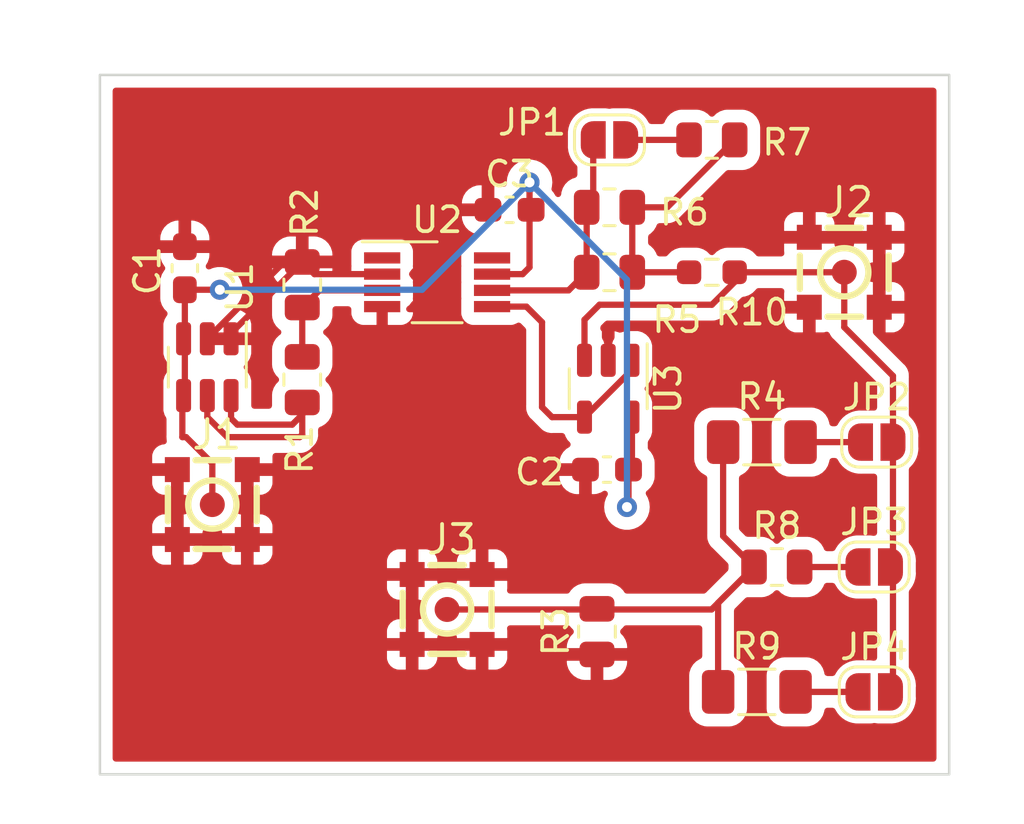
<source format=kicad_pcb>
(kicad_pcb (version 20211014) (generator pcbnew)
  (layers (0 "F.Cu" signal) (31 "B.Cu" signal) (34 "B.Paste" user) (35 "F.Paste" user) (36 "B.SilkS" user "B.Silkscreen") (37 "F.SilkS" user "F.Silkscreen") (38 "B.Mask" user) (39 "F.Mask" user) (44 "Edge.Cuts" user))
  (net 0 "")
  (net 1 "GND")
  (net 2 "VCC")
  (net 3 "Net-(U3-Pad3)")
  (net 4 "Net-(R9-Pad1)")
  (net 5 "Net-(U2-Pad6)")
  (net 6 "Net-(R7-Pad1)")
  (net 7 "Net-(R4-Pad2)")
  (net 8 "Net-(R8-Pad2)")
  (net 9 "Net-(R9-Pad2)")
  (net 10 "Net-(U1-Pad5)")
  (net 11 "Net-(R1-Pad2)")
  (net 12 "Net-(R5-Pad2)")
  (net 14 "Net-(U2-Pad5)")
  (footprint "0my_footprints6:MMCX-SMD_KH-MMCX-KE-STM" (layer "F.Cu") (at 107.5 103.2)
    (fp_text reference "J1" (at -0.9 -2.8) (layer "F.SilkS") (effects (font (size 1.143 1.143) (thickness 0.152)) (justify left)))
    (fp_text value "MMCX-KE-STM" hide)
    (fp_line (start 1.778 0.669) (end 1.778 -0.669) (layer "F.SilkS") (width 0.254))
    (fp_line (start 0.669 -1.778) (end -0.669 -1.778) (layer "F.SilkS") (width 0.254))
    (fp_line (start -1.778 -0.669) (end -1.778 0.669) (layer "F.SilkS") (width 0.254))
    (fp_line (start -0.669 1.778) (end 0.669 1.778) (layer "F.SilkS") (width 0.254))
    (fp_circle (center 0 0) (end 0.967 0) (layer "F.SilkS") (width 0.254) (fill none))
    (pad "1" smd circle locked (at 0 0) (size 1 1) (layers "F.Cu" "F.Paste" "F.Mask") (net 2 "VCC"))
    (pad "2" smd rect locked (at -1.4 1.4) (size 1 1) (layers "F.Cu" "F.Paste" "F.Mask") (net 1 "GND"))
    (pad "2" smd rect locked (at 1.4 1.4) (size 1 1) (layers "F.Cu" "F.Paste" "F.Mask") (net 1 "GND"))
    (pad "2" smd rect locked (at 1.4 -1.4) (size 1 1) (layers "F.Cu" "F.Paste" "F.Mask") (net 1 "GND"))
    (pad "2" smd rect locked (at -1.4 -1.4) (size 1 1) (layers "F.Cu" "F.Paste" "F.Mask") (net 1 "GND"))
  )
  (footprint "Package_TO_SOT_SMD:SOT-23-6" (layer "F.Cu") (at 107.3 97.7 -90)
    (fp_text reference "U1" (at -3.2 -1.3 90) (layer "F.SilkS"))
    (fp_text value "REF3225AMDBVREP")
    (fp_line (start 0 -1.56) (end 0.8 -1.56) (layer "F.SilkS") (width 0.12))
    (fp_line (start 0 1.56) (end -0.8 1.56) (layer "F.SilkS") (width 0.12))
    (fp_line (start 0 1.56) (end 0.8 1.56) (layer "F.SilkS") (width 0.12))
    (fp_line (start 0 -1.56) (end -1.8 -1.56) (layer "F.SilkS") (width 0.12))
    (pad "1" smd roundrect (at -1.1375 -0.95 270) (size 1.325 0.6) (layers "F.Cu" "F.Paste" "F.Mask") (net 1 "GND"))
    (pad "2" smd roundrect (at -1.1375 0 270) (size 1.325 0.6) (layers "F.Cu" "F.Paste" "F.Mask") (net 1 "GND"))
    (pad "3" smd roundrect (at -1.1375 0.95 270) (size 1.325 0.6) (layers "F.Cu" "F.Paste" "F.Mask") (net 2 "VCC"))
    (pad "4" smd roundrect (at 1.1375 0.95 270) (size 1.325 0.6) (layers "F.Cu" "F.Paste" "F.Mask") (net 2 "VCC"))
    (pad "5" smd roundrect (at 1.1375 0 270) (size 1.325 0.6) (layers "F.Cu" "F.Paste" "F.Mask") (net 10 "Net-(U1-Pad5)"))
    (pad "6" smd roundrect (at 1.1375 -0.95 270) (size 1.325 0.6) (layers "F.Cu" "F.Paste" "F.Mask") (net 10 "Net-(U1-Pad5)"))
  )
  (footprint "Resistor_SMD:R_1206_3216Metric_Pad1.30x1.75mm_HandSolder" (layer "F.Cu") (at 129.5 100.7)
    (fp_text reference "R4" (at 0 -1.82) (layer "F.SilkS"))
    (fp_text value "50K")
    (fp_line (start -0.727064 -0.91) (end 0.727064 -0.91) (layer "F.SilkS") (width 0.12))
    (fp_line (start -0.727064 0.91) (end 0.727064 0.91) (layer "F.SilkS") (width 0.12))
    (pad "1" smd roundrect (at -1.55 0) (size 1.3 1.75) (layers "F.Cu" "F.Paste" "F.Mask") (roundrect_rratio 0.192308) (net 4 "Net-(R9-Pad1)"))
    (pad "2" smd roundrect (at 1.55 0) (size 1.3 1.75) (layers "F.Cu" "F.Paste" "F.Mask") (roundrect_rratio 0.192308) (net 7 "Net-(R4-Pad2)"))
  )
  (footprint "Resistor_SMD:R_0805_2012Metric" (layer "F.Cu") (at 122.9 108.2875 90)
    (fp_text reference "R3" (at 0 -1.65 90) (layer "F.SilkS"))
    (fp_text value "10K")
    (fp_line (start -0.227064 -0.735) (end 0.227064 -0.735) (layer "F.SilkS") (width 0.12))
    (fp_line (start -0.227064 0.735) (end 0.227064 0.735) (layer "F.SilkS") (width 0.12))
    (pad "1" smd roundrect (at -0.9125 0 90) (size 1.025 1.4) (layers "F.Cu" "F.Paste" "F.Mask") (roundrect_rratio 0.243902) (net 1 "GND"))
    (pad "2" smd roundrect (at 0.9125 0 90) (size 1.025 1.4) (layers "F.Cu" "F.Paste" "F.Mask") (roundrect_rratio 0.243902) (net 4 "Net-(R9-Pad1)"))
  )
  (footprint "Resistor_SMD:R_0805_2012Metric" (layer "F.Cu") (at 127.5 88.6)
    (fp_text reference "R7" (at 3 0.1) (layer "F.SilkS"))
    (fp_text value "12.7M")
    (fp_line (start -0.227064 -0.735) (end 0.227064 -0.735) (layer "F.SilkS") (width 0.12))
    (fp_line (start -0.227064 0.735) (end 0.227064 0.735) (layer "F.SilkS") (width 0.12))
    (pad "1" smd roundrect (at -0.9125 0) (size 1.025 1.4) (layers "F.Cu" "F.Paste" "F.Mask") (roundrect_rratio 0.243902) (net 6 "Net-(R7-Pad1)"))
    (pad "2" smd roundrect (at 0.9125 0) (size 1.025 1.4) (layers "F.Cu" "F.Paste" "F.Mask") (roundrect_rratio 0.243902) (net 12 "Net-(R5-Pad2)"))
  )
  (footprint "Resistor_SMD:R_0805_2012Metric" (layer "F.Cu") (at 123.4 91.3)
    (fp_text reference "R6" (at 3 0.2) (layer "F.SilkS"))
    (fp_text value "125K")
    (fp_line (start -0.227064 -0.735) (end 0.227064 -0.735) (layer "F.SilkS") (width 0.12))
    (fp_line (start -0.227064 0.735) (end 0.227064 0.735) (layer "F.SilkS") (width 0.12))
    (pad "1" smd roundrect (at -0.9125 0) (size 1.025 1.4) (layers "F.Cu" "F.Paste" "F.Mask") (roundrect_rratio 0.243902) (net 5 "Net-(U2-Pad6)"))
    (pad "2" smd roundrect (at 0.9125 0) (size 1.025 1.4) (layers "F.Cu" "F.Paste" "F.Mask") (roundrect_rratio 0.243902) (net 12 "Net-(R5-Pad2)"))
  )
  (footprint "Resistor_SMD:R_0603_1608Metric_Pad0.98x0.95mm_HandSolder" (layer "F.Cu") (at 127.5 93.9)
    (fp_text reference "R10" (at 1.6 1.6) (layer "F.SilkS"))
    (fp_text value "0")
    (fp_line (start -0.254724 0.5225) (end 0.254724 0.5225) (layer "F.SilkS") (width 0.12))
    (fp_line (start -0.254724 -0.5225) (end 0.254724 -0.5225) (layer "F.SilkS") (width 0.12))
    (pad "1" smd roundrect (at -0.9125 0) (size 0.975 0.95) (layers "F.Cu" "F.Paste" "F.Mask") (net 12 "Net-(R5-Pad2)"))
    (pad "2" smd roundrect (at 0.9125 0) (size 0.975 0.95) (layers "F.Cu" "F.Paste" "F.Mask") (net 3 "Net-(U3-Pad3)"))
  )
  (footprint "Jumper:SolderJumper-2_P1.3mm_Open_RoundedPad1.0x1.5mm" (layer "F.Cu") (at 134.1 100.7)
    (fp_text reference "JP2" (at 0 -1.8) (layer "F.SilkS"))
    (fp_text value "Jumper_2_Open")
    (fp_line (start 0.7 1) (end -0.7 1) (layer "F.SilkS") (width 0.12))
    (fp_line (start -1.4 0.3) (end -1.4 -0.3) (layer "F.SilkS") (width 0.12))
    (fp_line (start 1.4 -0.3) (end 1.4 0.3) (layer "F.SilkS") (width 0.12))
    (fp_line (start -0.7 -1) (end 0.7 -1) (layer "F.SilkS") (width 0.12))
    (fp_arc (start -1.4 -0.3) (mid -1.194975 -0.794975) (end -0.7 -1) (layer "F.SilkS") (width 0.12))
    (fp_arc (start 0.7 -1) (mid 1.194975 -0.794975) (end 1.4 -0.3) (layer "F.SilkS") (width 0.12))
    (fp_arc (start -0.7 1) (mid -1.194975 0.794975) (end -1.4 0.3) (layer "F.SilkS") (width 0.12))
    (fp_arc (start 1.4 0.3) (mid 1.194975 0.794975) (end 0.7 1) (layer "F.SilkS") (width 0.12))
    (pad "1" smd custom (at -0.65 0) (size 1 0.5) (layers "F.Cu" "F.Mask") (net 7 "Net-(R4-Pad2)") (options (clearance outline) (anchor rect)) (primitives (gr_circle (center 0 0.25) (end 0.5 0.25) (width 0) (fill yes)) (gr_circle (center 0 -0.25) (end 0.5 -0.25) (width 0) (fill yes)) (gr_poly (pts (xy 0.5 0.75) (xy 0 0.75) (xy 0 -0.75) (xy 0.5 -0.75)) (width 0) (fill yes))))
    (pad "2" smd custom (at 0.65 0) (size 1 0.5) (layers "F.Cu" "F.Mask") (net 3 "Net-(U3-Pad3)") (options (clearance outline) (anchor rect)) (primitives (gr_circle (center 0 0.25) (end 0.5 0.25) (width 0) (fill yes)) (gr_circle (center 0 -0.25) (end 0.5 -0.25) (width 0) (fill yes)) (gr_poly (pts (xy 0 0.75) (xy -0.5 0.75) (xy -0.5 -0.75) (xy 0 -0.75)) (width 0) (fill yes))))
  )
  (footprint "Capacitor_SMD:C_0603_1608Metric_Pad1.08x0.95mm_HandSolder" (layer "F.Cu") (at 106.4 93.7375 -90)
    (fp_text reference "C1" (at 0.1 1.5 90) (layer "F.SilkS"))
    (fp_text value "100nF")
    (fp_line (start -0.146267 0.51) (end 0.146267 0.51) (layer "F.SilkS") (width 0.12))
    (fp_line (start -0.146267 -0.51) (end 0.146267 -0.51) (layer "F.SilkS") (width 0.12))
    (pad "1" smd roundrect (at -0.8625 0 270) (size 1.075 0.95) (layers "F.Cu" "F.Paste" "F.Mask") (net 1 "GND"))
    (pad "2" smd roundrect (at 0.8625 0 270) (size 1.075 0.95) (layers "F.Cu" "F.Paste" "F.Mask") (net 2 "VCC"))
  )
  (footprint "Jumper:SolderJumper-2_P1.3mm_Open_RoundedPad1.0x1.5mm" (layer "F.Cu") (at 134 110.7)
    (fp_text reference "JP4" (at 0 -1.8) (layer "F.SilkS"))
    (fp_text value "Jumper_2_Open")
    (fp_line (start -0.7 -1) (end 0.7 -1) (layer "F.SilkS") (width 0.12))
    (fp_line (start 0.7 1) (end -0.7 1) (layer "F.SilkS") (width 0.12))
    (fp_line (start 1.4 -0.3) (end 1.4 0.3) (layer "F.SilkS") (width 0.12))
    (fp_line (start -1.4 0.3) (end -1.4 -0.3) (layer "F.SilkS") (width 0.12))
    (fp_arc (start -1.4 -0.3) (mid -1.194975 -0.794975) (end -0.7 -1) (layer "F.SilkS") (width 0.12))
    (fp_arc (start 1.4 0.3) (mid 1.194975 0.794975) (end 0.7 1) (layer "F.SilkS") (width 0.12))
    (fp_arc (start -0.7 1) (mid -1.194975 0.794975) (end -1.4 0.3) (layer "F.SilkS") (width 0.12))
    (fp_arc (start 0.7 -1) (mid 1.194975 -0.794975) (end 1.4 -0.3) (layer "F.SilkS") (width 0.12))
    (pad "1" smd custom (at -0.65 0) (size 1 0.5) (layers "F.Cu" "F.Mask") (net 9 "Net-(R9-Pad2)") (options (clearance outline) (anchor rect)) (primitives (gr_circle (center 0 0.25) (end 0.5 0.25) (width 0) (fill yes)) (gr_circle (center 0 -0.25) (end 0.5 -0.25) (width 0) (fill yes)) (gr_poly (pts (xy 0.5 0.75) (xy 0 0.75) (xy 0 -0.75) (xy 0.5 -0.75)) (width 0) (fill yes))))
    (pad "2" smd custom (at 0.65 0) (size 1 0.5) (layers "F.Cu" "F.Mask") (net 3 "Net-(U3-Pad3)") (options (clearance outline) (anchor rect)) (primitives (gr_circle (center 0 0.25) (end 0.5 0.25) (width 0) (fill yes)) (gr_circle (center 0 -0.25) (end 0.5 -0.25) (width 0) (fill yes)) (gr_poly (pts (xy 0 0.75) (xy -0.5 0.75) (xy -0.5 -0.75) (xy 0 -0.75)) (width 0) (fill yes))))
  )
  (footprint "Resistor_SMD:R_0805_2012Metric" (layer "F.Cu") (at 123.4 93.9)
    (fp_text reference "R5" (at 2.7 1.9) (layer "F.SilkS"))
    (fp_text value "DNF")
    (fp_line (start -0.227064 0.735) (end 0.227064 0.735) (layer "F.SilkS") (width 0.12))
    (fp_line (start -0.227064 -0.735) (end 0.227064 -0.735) (layer "F.SilkS") (width 0.12))
    (pad "1" smd roundrect (at -0.9125 0) (size 1.025 1.4) (layers "F.Cu" "F.Paste" "F.Mask") (roundrect_rratio 0.243902) (net 5 "Net-(U2-Pad6)"))
    (pad "2" smd roundrect (at 0.9125 0) (size 1.025 1.4) (layers "F.Cu" "F.Paste" "F.Mask") (roundrect_rratio 0.243902) (net 12 "Net-(R5-Pad2)"))
  )
  (footprint "0my_footprints6:MMCX-SMD_KH-MMCX-KE-STM" (layer "F.Cu") (at 132.8 93.9)
    (fp_text reference "J2" (at -0.9 -2.8) (layer "F.SilkS") (effects (font (size 1.143 1.143) (thickness 0.152)) (justify left)))
    (fp_text value "MMCX-KE-STM" hide)
    (fp_line (start 1.778 0.669) (end 1.778 -0.669) (layer "F.SilkS") (width 0.254))
    (fp_line (start -1.778 -0.669) (end -1.778 0.669) (layer "F.SilkS") (width 0.254))
    (fp_line (start 0.669 -1.778) (end -0.669 -1.778) (layer "F.SilkS") (width 0.254))
    (fp_line (start -0.669 1.778) (end 0.669 1.778) (layer "F.SilkS") (width 0.254))
    (fp_circle (center 0 0) (end 0.967 0) (layer "F.SilkS") (width 0.254) (fill none))
    (pad "1" smd circle locked (at 0 0) (size 1 1) (layers "F.Cu" "F.Paste" "F.Mask") (net 3 "Net-(U3-Pad3)"))
    (pad "2" smd rect locked (at 1.4 -1.4) (size 1 1) (layers "F.Cu" "F.Paste" "F.Mask") (net 1 "GND"))
    (pad "2" smd rect locked (at -1.4 -1.4) (size 1 1) (layers "F.Cu" "F.Paste" "F.Mask") (net 1 "GND"))
    (pad "2" smd rect locked (at 1.4 1.4) (size 1 1) (layers "F.Cu" "F.Paste" "F.Mask") (net 1 "GND"))
    (pad "2" smd rect locked (at -1.4 1.4) (size 1 1) (layers "F.Cu" "F.Paste" "F.Mask") (net 1 "GND"))
  )
  (footprint "Resistor_SMD:R_1206_3216Metric_Pad1.30x1.75mm_HandSolder" (layer "F.Cu") (at 129.3 110.7)
    (fp_text reference "R9" (at 0 -1.82) (layer "F.SilkS"))
    (fp_text value "200K")
    (fp_line (start -0.727064 -0.91) (end 0.727064 -0.91) (layer "F.SilkS") (width 0.12))
    (fp_line (start -0.727064 0.91) (end 0.727064 0.91) (layer "F.SilkS") (width 0.12))
    (pad "1" smd roundrect (at -1.55 0) (size 1.3 1.75) (layers "F.Cu" "F.Paste" "F.Mask") (roundrect_rratio 0.192308) (net 4 "Net-(R9-Pad1)"))
    (pad "2" smd roundrect (at 1.55 0) (size 1.3 1.75) (layers "F.Cu" "F.Paste" "F.Mask") (roundrect_rratio 0.192308) (net 9 "Net-(R9-Pad2)"))
  )
  (footprint "Package_TO_SOT_SMD:TSOT-23-5" (layer "F.Cu") (at 123.35 98.5625 -90)
    (fp_text reference "U3" (at 0 -2.4 90) (layer "F.SilkS"))
    (fp_text value "AD8628")
    (fp_line (start 0 -1.56) (end 0.8 -1.56) (layer "F.SilkS") (width 0.12))
    (fp_line (start 0 1.56) (end 0.8 1.56) (layer "F.SilkS") (width 0.12))
    (fp_line (start 0 -1.56) (end -1.8 -1.56) (layer "F.SilkS") (width 0.12))
    (fp_line (start 0 1.56) (end -0.8 1.56) (layer "F.SilkS") (width 0.12))
    (pad "1" smd roundrect (at -1.1375 -0.95 270) (size 1.325 0.6) (layers "F.Cu" "F.Paste" "F.Mask") (net 14 "Net-(U2-Pad5)"))
    (pad "2" smd roundrect (at -1.1375 0 270) (size 1.325 0.6) (layers "F.Cu" "F.Paste" "F.Mask") (net 1 "GND"))
    (pad "3" smd roundrect (at -1.1375 0.95 270) (size 1.325 0.6) (layers "F.Cu" "F.Paste" "F.Mask") (net 3 "Net-(U3-Pad3)"))
    (pad "4" smd roundrect (at 1.1375 0.95 270) (size 1.325 0.6) (layers "F.Cu" "F.Paste" "F.Mask") (net 14 "Net-(U2-Pad5)"))
    (pad "5" smd roundrect (at 1.1375 -0.95 270) (size 1.325 0.6) (layers "F.Cu" "F.Paste" "F.Mask") (net 2 "VCC"))
  )
  (footprint "Jumper:SolderJumper-2_P1.3mm_Open_RoundedPad1.0x1.5mm" (layer "F.Cu") (at 123.4 88.6)
    (fp_text reference "JP1" (at -3.1 -0.7) (layer "F.SilkS"))
    (fp_text value "Jumper_2_Open")
    (fp_line (start -1.4 0.3) (end -1.4 -0.3) (layer "F.SilkS") (width 0.12))
    (fp_line (start 1.4 -0.3) (end 1.4 0.3) (layer "F.SilkS") (width 0.12))
    (fp_line (start 0.7 1) (end -0.7 1) (layer "F.SilkS") (width 0.12))
    (fp_line (start -0.7 -1) (end 0.7 -1) (layer "F.SilkS") (width 0.12))
    (fp_arc (start -0.7 1) (mid -1.194975 0.794975) (end -1.4 0.3) (layer "F.SilkS") (width 0.12))
    (fp_arc (start -1.4 -0.3) (mid -1.194975 -0.794975) (end -0.7 -1) (layer "F.SilkS") (width 0.12))
    (fp_arc (start 0.7 -1) (mid 1.194975 -0.794975) (end 1.4 -0.3) (layer "F.SilkS") (width 0.12))
    (fp_arc (start 1.4 0.3) (mid 1.194975 0.794975) (end 0.7 1) (layer "F.SilkS") (width 0.12))
    (pad "1" smd custom (at -0.65 0) (size 1 0.5) (layers "F.Cu" "F.Mask") (net 5 "Net-(U2-Pad6)") (options (clearance outline) (anchor rect)) (primitives (gr_circle (center 0 0.25) (end 0.5 0.25) (width 0) (fill yes)) (gr_circle (center 0 -0.25) (end 0.5 -0.25) (width 0) (fill yes)) (gr_poly (pts (xy 0.5 0.75) (xy 0 0.75) (xy 0 -0.75) (xy 0.5 -0.75)) (width 0) (fill yes))))
    (pad "2" smd custom (at 0.65 0) (size 1 0.5) (layers "F.Cu" "F.Mask") (net 6 "Net-(R7-Pad1)") (options (clearance outline) (anchor rect)) (primitives (gr_circle (center 0 0.25) (end 0.5 0.25) (width 0) (fill yes)) (gr_circle (center 0 -0.25) (end 0.5 -0.25) (width 0) (fill yes)) (gr_poly (pts (xy 0 0.75) (xy -0.5 0.75) (xy -0.5 -0.75) (xy 0 -0.75)) (width 0) (fill yes))))
  )
  (footprint "Resistor_SMD:R_0805_2012Metric" (layer "F.Cu") (at 111.1 98.2 90)
    (fp_text reference "R1" (at -2.8 -0.1 90) (layer "F.SilkS"))
    (fp_text value "1K")
    (fp_line (start -0.227064 0.735) (end 0.227064 0.735) (layer "F.SilkS") (width 0.12))
    (fp_line (start -0.227064 -0.735) (end 0.227064 -0.735) (layer "F.SilkS") (width 0.12))
    (pad "1" smd roundrect (at -0.9125 0 90) (size 1.025 1.4) (layers "F.Cu" "F.Paste" "F.Mask") (roundrect_rratio 0.243902) (net 10 "Net-(U1-Pad5)"))
    (pad "2" smd roundrect (at 0.9125 0 90) (size 1.025 1.4) (layers "F.Cu" "F.Paste" "F.Mask") (roundrect_rratio 0.243902) (net 11 "Net-(R1-Pad2)"))
  )
  (footprint "Capacitor_SMD:C_0603_1608Metric_Pad1.08x0.95mm_HandSolder" (layer "F.Cu") (at 119.4 91.4)
    (fp_text reference "C3" (at 0 -1.43) (layer "F.SilkS"))
    (fp_text value "100nF")
    (fp_line (start -0.146267 0.51) (end 0.146267 0.51) (layer "F.SilkS") (width 0.12))
    (fp_line (start -0.146267 -0.51) (end 0.146267 -0.51) (layer "F.SilkS") (width 0.12))
    (pad "1" smd roundrect (at -0.8625 0) (size 1.075 0.95) (layers "F.Cu" "F.Paste" "F.Mask") (net 1 "GND"))
    (pad "2" smd roundrect (at 0.8625 0) (size 1.075 0.95) (layers "F.Cu" "F.Paste" "F.Mask") (net 2 "VCC"))
  )
  (footprint "Resistor_SMD:R_0805_2012Metric" (layer "F.Cu") (at 130.1 105.7)
    (fp_text reference "R8" (at 0 -1.65) (layer "F.SilkS"))
    (fp_text value "100K")
    (fp_line (start -0.227064 -0.735) (end 0.227064 -0.735) (layer "F.SilkS") (width 0.12))
    (fp_line (start -0.227064 0.735) (end 0.227064 0.735) (layer "F.SilkS") (width 0.12))
    (pad "1" smd roundrect (at -0.9125 0) (size 1.025 1.4) (layers "F.Cu" "F.Paste" "F.Mask") (roundrect_rratio 0.243902) (net 4 "Net-(R9-Pad1)"))
    (pad "2" smd roundrect (at 0.9125 0) (size 1.025 1.4) (layers "F.Cu" "F.Paste" "F.Mask") (roundrect_rratio 0.243902) (net 8 "Net-(R8-Pad2)"))
  )
  (footprint "Capacitor_SMD:C_0603_1608Metric_Pad1.08x0.95mm_HandSolder" (layer "F.Cu") (at 123.3 101.8)
    (fp_text reference "C2" (at -2.7 0.1) (layer "F.SilkS"))
    (fp_text value "100nF")
    (fp_line (start -0.146267 0.51) (end 0.146267 0.51) (layer "F.SilkS") (width 0.12))
    (fp_line (start -0.146267 -0.51) (end 0.146267 -0.51) (layer "F.SilkS") (width 0.12))
    (pad "1" smd roundrect (at -0.8625 0) (size 1.075 0.95) (layers "F.Cu" "F.Paste" "F.Mask") (net 1 "GND"))
    (pad "2" smd roundrect (at 0.8625 0) (size 1.075 0.95) (layers "F.Cu" "F.Paste" "F.Mask") (net 2 "VCC"))
  )
  (footprint "0my_footprints6:MMCX-SMD_KH-MMCX-KE-STM" (layer "F.Cu") (at 116.9 107.4)
    (fp_text reference "J3" (at -0.9 -2.8) (layer "F.SilkS") (effects (font (size 1.143 1.143) (thickness 0.152)) (justify left)))
    (fp_text value "MMCX-KE-STM" hide)
    (fp_line (start -0.669 1.778) (end 0.669 1.778) (layer "F.SilkS") (width 0.254))
    (fp_line (start 0.669 -1.778) (end -0.669 -1.778) (layer "F.SilkS") (width 0.254))
    (fp_line (start -1.778 -0.669) (end -1.778 0.669) (layer "F.SilkS") (width 0.254))
    (fp_line (start 1.778 0.669) (end 1.778 -0.669) (layer "F.SilkS") (width 0.254))
    (fp_circle (center 0 0) (end 0.967 0) (layer "F.SilkS") (width 0.254) (fill none))
    (pad "1" smd circle locked (at 0 0) (size 1 1) (layers "F.Cu" "F.Paste" "F.Mask") (net 4 "Net-(R9-Pad1)"))
    (pad "2" smd rect locked (at 1.4 -1.4) (size 1 1) (layers "F.Cu" "F.Paste" "F.Mask") (net 1 "GND"))
    (pad "2" smd rect locked (at 1.4 1.4) (size 1 1) (layers "F.Cu" "F.Paste" "F.Mask") (net 1 "GND"))
    (pad "2" smd rect locked (at -1.4 1.4) (size 1 1) (layers "F.Cu" "F.Paste" "F.Mask") (net 1 "GND"))
    (pad "2" smd rect locked (at -1.4 -1.4) (size 1 1) (layers "F.Cu" "F.Paste" "F.Mask") (net 1 "GND"))
  )
  (footprint "Package_SO:VSSOP-8_3.0x3.0mm_P0.65mm" (layer "F.Cu") (at 116.5 94.3)
    (fp_text reference "U2" (at 0 -2.5) (layer "F.SilkS"))
    (fp_text value "INA333xxDGK")
    (fp_line (start 0 -1.62) (end -3 -1.62) (layer "F.SilkS") (width 0.12))
    (fp_line (start 1 1.62) (end -1 1.62) (layer "F.SilkS") (width 0.12))
    (pad "1" smd rect (at -2.2 -0.975 270) (size 0.45 1.45) (layers "F.Cu" "F.Paste" "F.Mask"))
    (pad "2" smd rect (at -2.2 -0.325 270) (size 0.45 1.45) (layers "F.Cu" "F.Paste" "F.Mask") (net 1 "GND"))
    (pad "3" smd rect (at -2.2 0.325 270) (size 0.45 1.45) (layers "F.Cu" "F.Paste" "F.Mask") (net 11 "Net-(R1-Pad2)"))
    (pad "4" smd rect (at -2.2 0.975 270) (size 0.45 1.45) (layers "F.Cu" "F.Paste" "F.Mask") (net 1 "GND"))
    (pad "5" smd rect (at 2.2 0.975 270) (size 0.45 1.45) (layers "F.Cu" "F.Paste" "F.Mask") (net 14 "Net-(U2-Pad5)"))
    (pad "6" smd rect (at 2.2 0.325 270) (size 0.45 1.45) (layers "F.Cu" "F.Paste" "F.Mask") (net 5 "Net-(U2-Pad6)"))
    (pad "7" smd rect (at 2.2 -0.325 270) (size 0.45 1.45) (layers "F.Cu" "F.Paste" "F.Mask") (net 2 "VCC"))
    (pad "8" smd rect (at 2.2 -0.975 270) (size 0.45 1.45) (layers "F.Cu" "F.Paste" "F.Mask"))
  )
  (footprint "Resistor_SMD:R_0805_2012Metric" (layer "F.Cu") (at 111.1 94.4 90)
    (fp_text reference "R2" (at 2.9 0.1 90) (layer "F.SilkS"))
    (fp_text value "1K")
    (fp_line (start -0.227064 0.735) (end 0.227064 0.735) (layer "F.SilkS") (width 0.12))
    (fp_line (start -0.227064 -0.735) (end 0.227064 -0.735) (layer "F.SilkS") (width 0.12))
    (pad "1" smd roundrect (at -0.9125 0 90) (size 1.025 1.4) (layers "F.Cu" "F.Paste" "F.Mask") (roundrect_rratio 0.243902) (net 11 "Net-(R1-Pad2)"))
    (pad "2" smd roundrect (at 0.9125 0 90) (size 1.025 1.4) (layers "F.Cu" "F.Paste" "F.Mask") (roundrect_rratio 0.243902) (net 1 "GND"))
  )
  (footprint "Jumper:SolderJumper-2_P1.3mm_Open_RoundedPad1.0x1.5mm" (layer "F.Cu") (at 134 105.7)
    (fp_text reference "JP3" (at 0 -1.8) (layer "F.SilkS"))
    (fp_text value "Jumper_2_Open")
    (fp_line (start 1.4 -0.3) (end 1.4 0.3) (layer "F.SilkS") (width 0.12))
    (fp_line (start -1.4 0.3) (end -1.4 -0.3) (layer "F.SilkS") (width 0.12))
    (fp_line (start -0.7 -1) (end 0.7 -1) (layer "F.SilkS") (width 0.12))
    (fp_line (start 0.7 1) (end -0.7 1) (layer "F.SilkS") (width 0.12))
    (fp_arc (start 0.7 -1) (mid 1.194975 -0.794975) (end 1.4 -0.3) (layer "F.SilkS") (width 0.12))
    (fp_arc (start -0.7 1) (mid -1.194975 0.794975) (end -1.4 0.3) (layer "F.SilkS") (width 0.12))
    (fp_arc (start 1.4 0.3) (mid 1.194975 0.794975) (end 0.7 1) (layer "F.SilkS") (width 0.12))
    (fp_arc (start -1.4 -0.3) (mid -1.194975 -0.794975) (end -0.7 -1) (layer "F.SilkS") (width 0.12))
    (pad "1" smd custom (at -0.65 0) (size 1 0.5) (layers "F.Cu" "F.Mask") (net 8 "Net-(R8-Pad2)") (options (clearance outline) (anchor rect)) (primitives (gr_circle (center 0 0.25) (end 0.5 0.25) (width 0) (fill yes)) (gr_circle (center 0 -0.25) (end 0.5 -0.25) (width 0) (fill yes)) (gr_poly (pts (xy 0.5 0.75) (xy 0 0.75) (xy 0 -0.75) (xy 0.5 -0.75)) (width 0) (fill yes))))
    (pad "2" smd custom (at 0.65 0) (size 1 0.5) (layers "F.Cu" "F.Mask") (net 3 "Net-(U3-Pad3)") (options (clearance outline) (anchor rect)) (primitives (gr_circle (center 0 0.25) (end 0.5 0.25) (width 0) (fill yes)) (gr_circle (center 0 -0.25) (end 0.5 -0.25) (width 0) (fill yes)) (gr_poly (pts (xy 0 0.75) (xy -0.5 0.75) (xy -0.5 -0.75) (xy 0 -0.75)) (width 0) (fill yes))))
  )
  (gr_rect (start 103 86) (end 137 114) (layer "Edge.Cuts") (width 0.1) (fill none))
  (segment (start 111.5875 93.975) (end 111.1 93.4875) (width 0.25) (layer "F.Cu") (net 1))
  (segment (start 114.3 93.975) (end 111.5875 93.975) (width 0.25) (layer "F.Cu") (net 1))
  (segment (start 108.25 96.3375) (end 111.1 93.4875) (width 0.25) (layer "F.Cu") (net 1))
  (segment (start 108.25 96.5625) (end 108.25 96.3375) (width 0.25) (layer "F.Cu") (net 1))
  (segment (start 110.375 93.4875) (end 111.1 93.4875) (width 0.25) (layer "F.Cu") (net 1))
  (segment (start 107.3 96.5625) (end 110.375 93.4875) (width 0.25) (layer "F.Cu") (net 1))
  (segment (start 120.2 90.3) (end 120.2 91.3375) (width 0.25) (layer "F.Cu") (net 2))
  (segment (start 120.2 91.4625) (end 120.2 93.7) (width 0.25) (layer "F.Cu") (net 2))
  (segment (start 124.3 101.6625) (end 124.1625 101.8) (width 0.25) (layer "F.Cu") (net 2))
  (segment (start 124.3 99.7) (end 124.3 101.6625) (width 0.25) (layer "F.Cu") (net 2))
  (segment (start 106.3 100.5) (end 106.3 98.8875) (width 0.25) (layer "F.Cu") (net 2))
  (segment (start 120.2 91.3375) (end 120.2625 91.4) (width 0.25) (layer "F.Cu") (net 2))
  (segment (start 120.2625 91.4) (end 120.2 91.4625) (width 0.25) (layer "F.Cu") (net 2))
  (segment (start 106.4 98.7875) (end 106.35 98.8375) (width 0.25) (layer "F.Cu") (net 2))
  (segment (start 119.925 93.975) (end 118.7 93.975) (width 0.25) (layer "F.Cu") (net 2))
  (segment (start 106.4 94.6) (end 106.4 98.7875) (width 0.25) (layer "F.Cu") (net 2))
  (segment (start 107.5 101.550978) (end 106.449022 100.5) (width 0.25) (layer "F.Cu") (net 2))
  (segment (start 106.449022 100.5) (end 106.3 100.5) (width 0.25) (layer "F.Cu") (net 2))
  (segment (start 124.1625 101.8) (end 124.1625 103.2375) (width 0.25) (layer "F.Cu") (net 2))
  (segment (start 107.5 103.2) (end 107.5 101.550978) (width 0.25) (layer "F.Cu") (net 2))
  (segment (start 106.4 94.6) (end 107.8 94.6) (width 0.25) (layer "F.Cu") (net 2))
  (segment (start 120.2 93.7) (end 119.925 93.975) (width 0.25) (layer "F.Cu") (net 2))
  (segment (start 124.1625 103.2375) (end 124.1 103.3) (width 0.25) (layer "F.Cu") (net 2))
  (segment (start 106.3 98.8875) (end 106.35 98.8375) (width 0.25) (layer "F.Cu") (net 2))
  (via (at 107.8 94.6) (size 0.8) (drill 0.4) (layers "F.Cu" "B.Cu") (net 2))
  (via (at 120.2 90.3) (size 0.8) (drill 0.4) (layers "F.Cu" "B.Cu") (net 2))
  (via (at 124.1 103.3) (size 0.8) (drill 0.4) (layers "F.Cu" "B.Cu") (net 2))
  (segment (start 107.8 94.6) (end 115.9 94.6) (width 0.25) (layer "B.Cu") (net 2))
  (segment (start 124.1 103.3) (end 124.1 94.2) (width 0.25) (layer "B.Cu") (net 2))
  (segment (start 115.9 94.6) (end 120.2 90.3) (width 0.25) (layer "B.Cu") (net 2))
  (segment (start 124.1 94.2) (end 120.2 90.3) (width 0.25) (layer "B.Cu") (net 2))
  (segment (start 134.75 100.7) (end 134.75 110.6) (width 0.25) (layer "F.Cu") (net 3))
  (segment (start 134.75 98.05) (end 134.75 100.7) (width 0.25) (layer "F.Cu") (net 3))
  (segment (start 132.8 96.1) (end 134.75 98.05) (width 0.25) (layer "F.Cu") (net 3))
  (segment (start 122.4 95.8) (end 123 95.2) (width 0.25) (layer "F.Cu") (net 3))
  (segment (start 132.8 93.9) (end 132.8 96.1) (width 0.25) (layer "F.Cu") (net 3))
  (segment (start 128.4125 94.2875) (end 128.4125 93.9) (width 0.25) (layer "F.Cu") (net 3))
  (segment (start 122.4 97.425) (end 122.4 95.8) (width 0.25) (layer "F.Cu") (net 3))
  (segment (start 134.75 110.6) (end 134.65 110.7) (width 0.25) (layer "F.Cu") (net 3))
  (segment (start 123 95.2) (end 127.5 95.2) (width 0.25) (layer "F.Cu") (net 3))
  (segment (start 128.4125 93.9) (end 132.8 93.9) (width 0.25) (layer "F.Cu") (net 3))
  (segment (start 127.5 95.2) (end 128.4125 94.2875) (width 0.25) (layer "F.Cu") (net 3))
  (segment (start 123.0125 107.4) (end 127.4875 107.4) (width 0.25) (layer "F.Cu") (net 4))
  (segment (start 127.4875 107.4) (end 129.1875 105.7) (width 0.25) (layer "F.Cu") (net 4))
  (segment (start 127.95 104.4625) (end 129.1875 105.7) (width 0.25) (layer "F.Cu") (net 4))
  (segment (start 122.9 107.375) (end 122.875 107.4) (width 0.25) (layer "F.Cu") (net 4))
  (segment (start 127.75 110.7) (end 127.75 107.1375) (width 0.25) (layer "F.Cu") (net 4))
  (segment (start 127.75 107.1375) (end 129.1875 105.7) (width 0.25) (layer "F.Cu") (net 4))
  (segment (start 122.875 107.4) (end 116.9 107.4) (width 0.25) (layer "F.Cu") (net 4))
  (segment (start 127.95 100.7) (end 127.95 104.4625) (width 0.25) (layer "F.Cu") (net 4))
  (segment (start 121.7625 94.625) (end 122.4875 93.9) (width 0.25) (layer "F.Cu") (net 5))
  (segment (start 122.4875 91.3) (end 122.4875 93.9) (width 0.25) (layer "F.Cu") (net 5))
  (segment (start 122.75 88.6) (end 122.75 91.0375) (width 0.25) (layer "F.Cu") (net 5))
  (segment (start 118.7 94.625) (end 121.7625 94.625) (width 0.25) (layer "F.Cu") (net 5))
  (segment (start 122.75 91.0375) (end 122.4875 91.3) (width 0.25) (layer "F.Cu") (net 5))
  (segment (start 126.5875 88.6) (end 124.05 88.6) (width 0.25) (layer "F.Cu") (net 6))
  (segment (start 133.45 100.7) (end 131.05 100.7) (width 0.25) (layer "F.Cu") (net 7))
  (segment (start 133.35 105.7) (end 131.0125 105.7) (width 0.25) (layer "F.Cu") (net 8))
  (segment (start 133.35 110.7) (end 130.85 110.7) (width 0.25) (layer "F.Cu") (net 9))
  (segment (start 111.1 100.4) (end 111.1 99.1125) (width 0.25) (layer "F.Cu") (net 10))
  (segment (start 110.7 100) (end 111.1 99.6) (width 0.25) (layer "F.Cu") (net 10))
  (segment (start 108.5 100) (end 110.7 100) (width 0.25) (layer "F.Cu") (net 10))
  (segment (start 108.1 100.5) (end 111 100.5) (width 0.25) (layer "F.Cu") (net 10))
  (segment (start 108.25 98.8375) (end 108.25 99.75) (width 0.25) (layer "F.Cu") (net 10))
  (segment (start 107.3 98.8375) (end 107.3 99.7) (width 0.25) (layer "F.Cu") (net 10))
  (segment (start 111.1 99.6) (end 111.1 99.1125) (width 0.25) (layer "F.Cu") (net 10))
  (segment (start 108.25 99.75) (end 108.5 100) (width 0.25) (layer "F.Cu") (net 10))
  (segment (start 107.3 99.7) (end 108.1 100.5) (width 0.25) (layer "F.Cu") (net 10))
  (segment (start 111 100.5) (end 111.1 100.4) (width 0.25) (layer "F.Cu") (net 10))
  (segment (start 114.3 94.625) (end 111.7875 94.625) (width 0.25) (layer "F.Cu") (net 11))
  (segment (start 111.1 97.2875) (end 111.1 95.3125) (width 0.25) (layer "F.Cu") (net 11))
  (segment (start 111.7875 94.625) (end 111.1 95.3125) (width 0.25) (layer "F.Cu") (net 11))
  (segment (start 125.7125 91.3) (end 128.4125 88.6) (width 0.25) (layer "F.Cu") (net 12))
  (segment (start 126.5875 93.9) (end 124.3125 93.9) (width 0.25) (layer "F.Cu") (net 12))
  (segment (start 124.3125 91.3) (end 125.7125 91.3) (width 0.25) (layer "F.Cu") (net 12))
  (segment (start 124.3125 93.9) (end 124.3125 91.3) (width 0.25) (layer "F.Cu") (net 12))
  (segment (start 124.3 97.808572) (end 124.3 97.425) (width 0.25) (layer "F.Cu") (net 14))
  (segment (start 120.7 95.9) (end 120.7 99.3) (width 0.25) (layer "F.Cu") (net 14))
  (segment (start 120.7 99.3) (end 121.1 99.7) (width 0.25) (layer "F.Cu") (net 14))
  (segment (start 122.408572 99.7) (end 124.3 97.808572) (width 0.25) (layer "F.Cu") (net 14))
  (segment (start 121.1 99.7) (end 122.4 99.7) (width 0.25) (layer "F.Cu") (net 14))
  (segment (start 118.7 95.275) (end 120.075 95.275) (width 0.25) (layer "F.Cu") (net 14))
  (segment (start 120.075 95.275) (end 120.7 95.9) (width 0.25) (layer "F.Cu") (net 14))
  (segment (start 122.4 99.7) (end 122.408572 99.7) (width 0.25) (layer "F.Cu") (net 14))
  (zone (net 1) (net_name "GND") (layers F&B.Cu) (connect_pads (clearance 0.508)) (min_thickness 0.254) (fill yes (thermal_gap 0.508) (thermal_bridge_width 0.508))
    (polygon (pts (xy 140 116) (xy 99 116) (xy 99 83) (xy 140 83)))
  )
)
</source>
